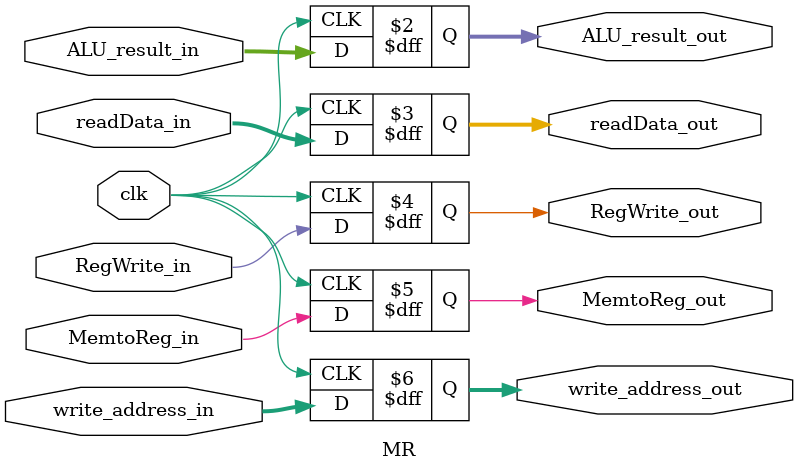
<source format=v>
`timescale 1ns / 1ps
module MR(
		input clk,
		input [31:0] ALU_result_in,
		input [31:0] readData_in,
		input RegWrite_in,
		input MemtoReg_in,
		input [4:0] write_address_in,
		output reg [31:0] ALU_result_out,
		output reg [31:0] readData_out,
		output reg RegWrite_out,
		output reg MemtoReg_out,
		output reg [4:0] write_address_out
    );

	always @(negedge clk)
	begin
		ALU_result_out = ALU_result_in;
		readData_out = readData_in;
		RegWrite_out = RegWrite_in;
		MemtoReg_out = MemtoReg_in;
		write_address_out = write_address_in;
	end

endmodule

</source>
